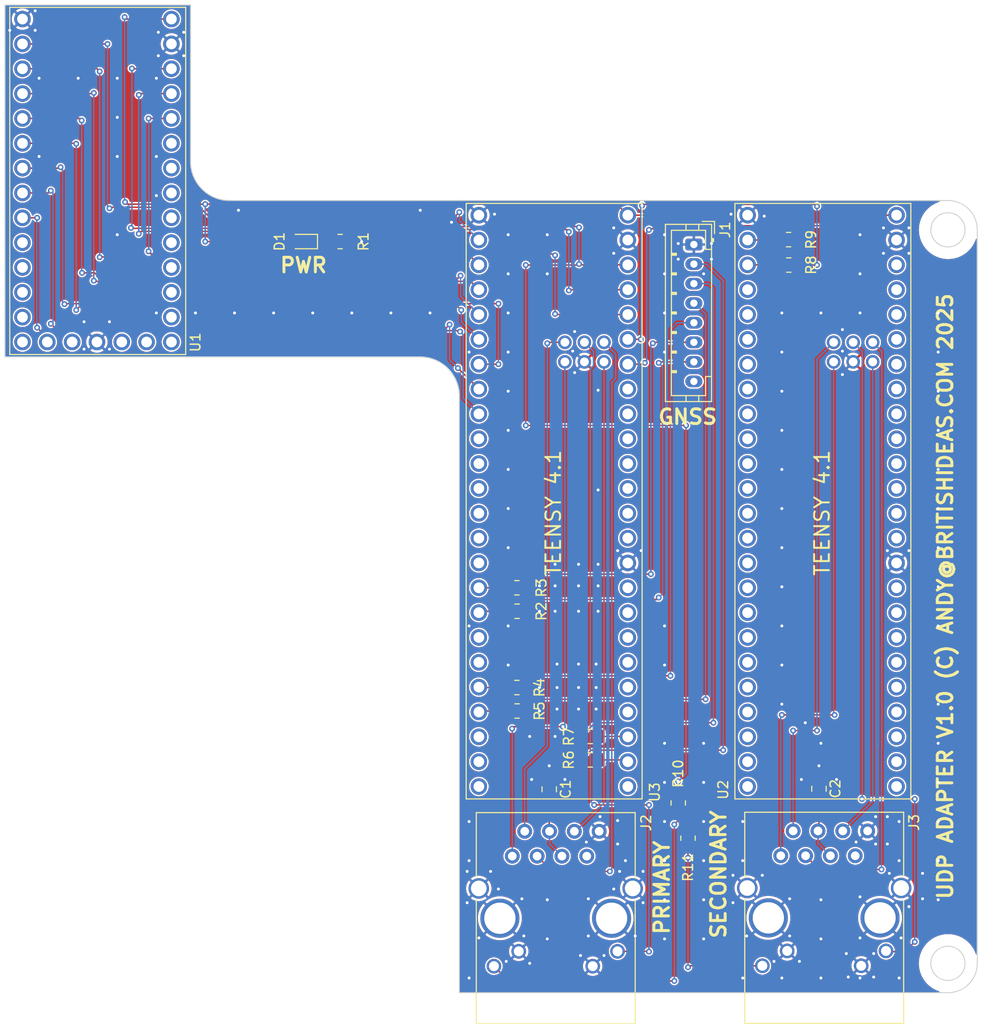
<source format=kicad_pcb>
(kicad_pcb (version 20221018) (generator pcbnew)
  (layers (0 "F.Cu" signal) (31 "B.Cu" signal) (34 "B.Paste" user) (35 "F.Paste" user) (36 "B.SilkS" user "B.Silkscreen") (37 "F.SilkS" user "F.Silkscreen") (38 "B.Mask" user) (39 "F.Mask" user) (44 "Edge.Cuts" user))
  (net 0 "")
  (net 1 "GND")
  (net 2 "Net-(J2-RCT)")
  (net 3 "Net-(J3-RCT)")
  (net 4 "Net-(D1-K)")
  (net 5 "+5V")
  (net 6 "/GNSS_REAR_TX")
  (net 7 "/GNSS_REAR_RX")
  (net 8 "/GNSS_FRONT_RX")
  (net 9 "/GNSS_FRONT_TX")
  (net 10 "/GNSS_TRACTOR_RX")
  (net 11 "/GNSS_TRACTOR_TX")
  (net 13 "Net-(J2-TD+)")
  (net 14 "Net-(J2-TD-)")
  (net 15 "Net-(J2-RD+)")
  (net 16 "Net-(J2-RD-)")
  (net 18 "Net-(J2-Pad9)")
  (net 19 "Net-(U3-ETH_LED)")
  (net 20 "Net-(J3-TD+)")
  (net 21 "Net-(J3-TD-)")
  (net 22 "Net-(J3-RD+)")
  (net 23 "Net-(J3-RD-)")
  (net 25 "Net-(J3-Pad9)")
  (net 26 "Net-(U2-ETH_LED)")
  (net 27 "Net-(U3-GPIO25_RX6_SDA2)")
  (net 28 "Net-(U3-GPIO24_TX6_SCL2)")
  (net 29 "Net-(U3-GPIO28_RX7)")
  (net 30 "Net-(U3-GPIO29_TX7)")
  (net 31 "Net-(U3-GPIO34_RX8)")
  (net 32 "Net-(U3-GPIO35_TX8)")
  (net 33 "Net-(U3-GPIO21_RX5)")
  (net 34 "Net-(U2-GPIO1_CTX2_TX1_MISO1)")
  (net 35 "Net-(U3-GPIO20_TX5)")
  (net 36 "Net-(U2-GPIO0_CRX2_RX1_CS1)")
  (net 37 "+3V3")
  (net 38 "/FRONT_HEIGHT_DIR")
  (net 39 "/FRONT_HEIGHT_PWM")
  (net 40 "/REAR_HEIGHT_DIR")
  (net 41 "/REAR_HEIGHT_PWM")
  (net 42 "/FRONT_DUMP_DIR")
  (net 43 "/FRONT_DUMP_PWM")
  (net 44 "/REAR_DUMP_DIR")
  (net 45 "/REAR_DUMP_PWM")
  (net 64 "/CAN_TX")
  (net 65 "/CAN_RX")
  (footprint "Britishideas:Teensy_4.0" (layer "F.Cu") (at 72.3 59.45)
    (fp_text reference "U1")
    (fp_text value "~")
  )
  (footprint "Resistor_SMD:R_0805_2012Metric" (layer "F.Cu") (at 122.8875 127.8 180)
    (fp_text reference "R4")
    (fp_text value "1k")
  )
  (footprint "Resistor_SMD:R_0805_2012Metric" (layer "F.Cu") (at 139.4 139.6 -90)
    (fp_text reference "R10")
    (fp_text value "1k")
  )
  (footprint "Fiducial:Fiducial_0.5mm_Mask1mm" (layer "F.Cu") (at 166.6 85.8)
    (fp_text reference "FID2" hide)
    (fp_text value "Fiducial")
  )
  (footprint "Resistor_SMD:R_0805_2012Metric" (layer "F.Cu") (at 150.7125 84.6 180)
    (fp_text reference "R8")
    (fp_text value "1k")
  )
  (footprint "EmSA:Pulse_J0011D01BNL" (layer "F.Cu") (at 158.78 142.46 180)
    (fp_text reference "J3")
    (fp_text value "Pulse_J0011D01BNL")
  )
  (footprint "Fiducial:Fiducial_0.5mm_Mask1mm" (layer "F.Cu") (at 75.8 59.8)
    (fp_text reference "FID1" hide)
    (fp_text value "Fiducial")
  )
  (footprint "Resistor_SMD:R_0805_2012Metric" (layer "F.Cu") (at 104.8 82.2)
    (fp_text reference "R1")
    (fp_text value "330")
  )
  (footprint "Resistor_SMD:R_0805_2012Metric" (layer "F.Cu") (at 122.8875 117.6 180)
    (fp_text reference "R3")
    (fp_text value "1k")
  )
  (footprint "Resistor_SMD:R_0805_2012Metric" (layer "F.Cu") (at 140.4 143.2 -90)
    (fp_text reference "R11")
    (fp_text value "1k")
  )
  (footprint "Resistor_SMD:R_0805_2012Metric" (layer "F.Cu") (at 122.9125 130.2 180)
    (fp_text reference "R5")
    (fp_text value "1k")
  )
  (footprint "Resistor_SMD:R_0805_2012Metric" (layer "F.Cu") (at 130.4 135.2 180)
    (fp_text reference "R6")
    (fp_text value "1k")
  )
  (footprint "Resistor_SMD:R_0805_2012Metric" (layer "F.Cu") (at 150.6875 82 180)
    (fp_text reference "R9")
    (fp_text value "1k")
  )
  (footprint "EmSA:Pulse_J0011D01BNL" (layer "F.Cu") (at 131.31 142.5 180)
    (fp_text reference "J2")
    (fp_text value "Pulse_J0011D01BNL")
  )
  (footprint "Capacitor_SMD:C_0805_2012Metric" (layer "F.Cu") (at 153.8 138.15 -90)
    (fp_text reference "C2")
    (fp_text value "100n")
  )
  (footprint "Fiducial:Fiducial_0.5mm_Mask1mm" (layer "F.Cu") (at 141.4 152)
    (fp_text reference "FID3" hide)
    (fp_text value "Fiducial")
  )
  (footprint "Britishideas:Teensy_4.1" (layer "F.Cu") (at 119 79.5)
    (fp_text reference "U3")
    (fp_text value "~")
  )
  (footprint "Resistor_SMD:R_0805_2012Metric" (layer "F.Cu") (at 122.9125 120 180)
    (fp_text reference "R2")
    (fp_text value "1k")
  )
  (footprint "Britishideas:Teensy_4.1" (layer "F.Cu") (at 146.5 79.5)
    (fp_text reference "U2")
    (fp_text value "~")
  )
  (footprint "Capacitor_SMD:C_0805_2012Metric" (layer "F.Cu") (at 126.2 138.2 -90)
    (fp_text reference "C1")
    (fp_text value "100n")
  )
  (footprint "Connector_JST:JST_PH_B8B-PH-K_1x08_P2.00mm_Vertical" (layer "F.Cu") (at 141 82.5 -90)
    (fp_text reference "J1")
    (fp_text value "GNSS")
  )
  (footprint "Diode_SMD:D_0603_1608Metric" (layer "F.Cu") (at 101 82.2 180)
    (fp_text reference "D1")
    (fp_text value "APTD1608SECK")
  )
  (footprint "Resistor_SMD:R_0805_2012Metric" (layer "F.Cu") (at 130.4 132.8 180)
    (fp_text reference "R7")
    (fp_text value "1k")
  )
  (gr_line (start 170 81) (end 170 156) (stroke (width 0.1)) (layer "Edge.Cuts"))
  (gr_arc (start 93.5 78) (mid 90.671573 76.828427) (end 89.5 74) (stroke (width 0.1)) (layer "Edge.Cuts"))
  (gr_circle (center 167 156) (end 167 157.75) (stroke (width 0.1)) (fill none) (layer "Edge.Cuts"))
  (gr_line (start 89.5 58) (end 89.5 74) (stroke (width 0.1)) (layer "Edge.Cuts"))
  (gr_line (start 89 94) (end 70.5 94) (stroke (width 0.1)) (layer "Edge.Cuts"))
  (gr_line (start 93.5 78) (end 117 78) (stroke (width 0.1)) (layer "Edge.Cuts"))
  (gr_arc (start 113 94) (mid 115.828427 95.171573) (end 117 98) (stroke (width 0.1)) (layer "Edge.Cuts"))
  (gr_circle (center 167 81) (end 167 82.75) (stroke (width 0.1)) (fill none) (layer "Edge.Cuts"))
  (gr_line (start 70.5 94) (end 70.5 58) (stroke (width 0.1)) (layer "Edge.Cuts"))
  (gr_arc (start 170 156) (mid 169.12132 158.12132) (end 167 159) (stroke (width 0.1)) (layer "Edge.Cuts"))
  (gr_line (start 89 94) (end 113 94) (stroke (width 0.1)) (layer "Edge.Cuts"))
  (gr_line (start 167 159) (end 117 159) (stroke (width 0.1)) (layer "Edge.Cuts"))
  (gr_line (start 117 98) (end 117 159) (stroke (width 0.1)) (layer "Edge.Cuts"))
  (gr_arc (start 167 78) (mid 169.12132 78.87868) (end 170 81) (stroke (width 0.1)) (layer "Edge.Cuts"))
  (gr_line (start 117 78) (end 167 78) (stroke (width 0.1)) (layer "Edge.Cuts"))
  (gr_line (start 70.5 58) (end 89 58) (stroke (width 0.1)) (layer "Edge.Cuts"))
  (gr_line (start 89 58) (end 89.5 58) (stroke (width 0.1)) (layer "Edge.Cuts"))
  (gr_text "SECONDARY" (at 144.4 153.6 90) (layer "F.SilkS") (effects (font (size 1.5 1.5) (thickness 0.3) bold) (justify left bottom)))
  (gr_text "UDP ADAPTER V1.0 (C) ANDY@BRITISHIDEAS.COM 2025" (at 167.6 149.6 90) (layer "F.SilkS") (effects (font (size 1.5 1.5) (thickness 0.3) bold) (justify left bottom)))
  (gr_text "PRIMARY" (at 138.6 153.2 90) (layer "F.SilkS") (effects (font (size 1.5 1.5) (thickness 0.3) bold) (justify left bottom)))
  (gr_text "GNSS" (at 137.2 101) (layer "F.SilkS") (effects (font (size 1.5 1.5) (thickness 0.3) bold) (justify left bottom)))
  (gr_text "PWR" (at 98.5 85.5) (layer "F.SilkS") (effects (font (size 1.5 1.5) (thickness 0.3) bold) (justify left bottom)))
  (via (at 131.2 97.4) (size 0.6) (drill 0.3) (layers "F.Cu" "B.Cu") (net 1))
  (via (at 154 89.5) (size 0.6) (drill 0.3) (layers "F.Cu" "B.Cu") (net 1))
  (via (at 122 109.5) (size 0.6) (drill 0.3) (layers "F.Cu" "B.Cu") (net 1))
  (via (at 71 60.6) (size 0.6) (drill 0.3) (layers "F.Cu" "B.Cu") (net 1))
  (via (at 160.8 113.8) (size 0.6) (drill 0.3) (layers "F.Cu" "B.Cu") (net 1))
  (via (at 139.4 82.4) (size 0.6) (drill 0.3) (layers "F.Cu" "B.Cu") (net 1))
  (via (at 166 129.5) (size 0.6) (drill 0.3) (layers "F.Cu" "B.Cu") (net 1))
  (via (at 122 81.5) (size 0.6) (drill 0.3) (layers "F.Cu" "B.Cu") (net 1))
  (via (at 131.2 117.4) (size 0.6) (drill 0.3) (layers "F.Cu" "B.Cu") (net 1))
  (via (at 122 125.5) (size 0.6) (drill 0.3) (layers "F.Cu" "B.Cu") (net 1))
  (via (at 131.2 107.6) (size 0.6) (drill 0.3) (layers "F.Cu" "B.Cu") (net 1))
  (via (at 144.8 79.4) (size 0.6) (drill 0.3) (layers "F.Cu" "B.Cu") (net 1))
  (via (at 150.8 149.4) (size 0.6) (drill 0.3) (layers "F.Cu" "B.Cu") (net 1))
  (via (at 146 145.5) (size 0.6) (drill 0.3) (layers "F.Cu" "B.Cu") (net 1))
  (via (at 88.8 63.2) (size 0.6) (drill 0.3) (layers "F.Cu" "B.Cu") (net 1))
  (via (at 145 149.8) (size 0.6) (drill 0.3) (layers "F.Cu" "B.Cu") (net 1))
  (via (at 126.8 120) (size 0.6) (drill 0.3) (layers "F.Cu" "B.Cu") (net 1))
  (via (at 113 79) (size 0.6) (drill 0.3) (layers "F.Cu" "B.Cu") (net 1))
  (via (at 139.4 84) (size 0.6) (drill 0.3) (layers "F.Cu" "B.Cu") (net 1))
  (via (at 130.2 153.2) (size 0.6) (drill 0.3) (layers "F.Cu" "B.Cu") (net 1))
  (via (at 166 125.5) (size 0.6) (drill 0.3) (layers "F.Cu" "B.Cu") (net 1))
  (via (at 158 81.5) (size 0.6) (drill 0.3) (layers "F.Cu" "B.Cu") (net 1))
  (via (at 150 129.5) (size 0.6) (drill 0.3) (layers "F.Cu" "B.Cu") (net 1))
  (via (at 162 157.5) (size 0.6) (drill 0.3) (layers "F.Cu" "B.Cu") (net 1))
  (via (at 160.4 83.4) (size 0.6) (drill 0.3) (layers "F.Cu" "B.Cu") (net 1))
  (via (at 138 81.5) (size 0.6) (drill 0.3) (layers "F.Cu" "B.Cu") (net 1))
  (via (at 86 73.5) (size 0.6) (drill 0.3) (layers "F.Cu" "B.Cu") (net 1))
  (via (at 78.6 93.2) (size 0.6) (drill 0.3) (layers "F.Cu" "B.Cu") (net 1))
  (via (at 131.4 141) (size 0.6) (drill 0.3) (layers "F.Cu" "B.Cu") (net 1))
  (via (at 150 113.5) (size 0.6) (drill 0.3) (layers "F.Cu" "B.Cu") (net 1))
  (via (at 156.2 95.8) (size 0.6) (drill 0.3) (layers "F.Cu" "B.Cu") (net 1))
  (via (at 164.4 146.8) (size 0.6) (drill 0.3) (layers "F.Cu" "B.Cu") (net 1))
  (via (at 138 133.5) (size 0.6) (drill 0.3) (layers "F.Cu" "B.Cu") (net 1))
  (via (at 160.8 141) (size 0.6) (drill 0.3) (layers "F.Cu" "B.Cu") (net 1))
  (via (at 138 121.5) (size 0.6) (drill 0.3) (layers "F.Cu" "B.Cu") (net 1))
  (via (at 118 93.5) (size 0.6) (drill 0.3) (layers "F.Cu" "B.Cu") (net 1))
  (via (at 159.6 143.8) (size 0.6) (drill 0.3) (layers "F.Cu" "B.Cu") (net 1))
  (via (at 150 97.5) (size 0.6) (drill 0.3) (layers "F.Cu" "B.Cu") (net 1))
  (via (at 124.4 137.2) (size 0.6) (drill 0.3) (layers "F.Cu" "B.Cu") (net 1))
  (via (at 166 113.5) (size 0.6) (drill 0.3) (layers "F.Cu" "B.Cu") (net 1))
  (via (at 149.2 155.8) (size 0.6) (drill 0.3) (layers "F.Cu" "B.Cu") (net 1))
  (via (at 126 81.5) (size 0.6) (drill 0.3) (layers "F.Cu" "B.Cu") (net 1))
  (via (at 127 130) (size 0.6) (drill 0.3) (layers "F.Cu" "B.Cu") (net 1))
  (via (at 129.4 155.2) (size 0.6) (drill 0.3) (layers "F.Cu" "B.Cu") (net 1))
  (via (at 142 141.5) (size 0.6) (drill 0.3) (layers "F.Cu" "B.Cu") (net 1))
  (via (at 110 89.5) (size 0.6) (drill 0.3) (layers "F.Cu" "B.Cu") (net 1))
  (via (at 82 81.5) (size 0.6) (drill 0.3) (layers "F.Cu" "B.Cu") (net 1))
  (via (at 73.6 60.6) (size 0.6) (drill 0.3) (layers "F.Cu" "B.Cu") (net 1))
  (via (at 158 157.5) (size 0.6) (drill 0.3) (layers "F.Cu" "B.Cu") (net 1))
  (via (at 150 89.5) (size 0.6) (drill 0.3) (layers "F.Cu" "B.Cu") (net 1))
  (via (at 125.2 130.2) (size 0.6) (drill 0.3) (layers "F.Cu" "B.Cu") (net 1))
  (via (at 151.8 155.8) (size 0.6) (drill 0.3) (layers "F.Cu" "B.Cu") (net 1))
  (via (at 156.8 157.4) (size 0.6) (drill 0.3) (layers "F.Cu" "B.Cu") (net 1))
  (via (at 128.6 93.4) (size 0.6) (drill 0.3) (layers "F.Cu" "B.Cu") (net 1))
  (via (at 82 65.5) (size 0.6) (drill 0.3) (layers "F.Cu" "B.Cu") (net 1))
  (via (at 148.2 79.6) (size 0.6) (drill 0.3) (layers "F.Cu" "B.Cu") (net 1))
  (via (at 126.8 115.2) (size 0.6) (drill 0.3) (layers "F.Cu" "B.Cu") (net 1))
  (via (at 129.2 117.4) (size 0.6) (drill 0.3) (layers "F.Cu" "B.Cu") (net 1))
  (via (at 129.2 125.4) (size 0.6) (drill 0.3) (layers "F.Cu" "B.Cu") (net 1))
  (via (at 163 80.8) (size 0.6) (drill 0.3) (layers "F.Cu" "B.Cu") (net 1))
  (via (at 156.2 93.4) (size 0.6) (drill 0.3) (layers "F.Cu" "B.Cu") (net 1))
  (via (at 155.6 137.2) (size 0.6) (drill 0.3) (layers "F.Cu" "B.Cu") (net 1))
  (via (at 142.8 82.4) (size 0.6) (drill 0.3) (layers "F.Cu" "B.Cu") (net 1))
  (via (at 122 113.5) (size 0.6) (drill 0.3) (layers "F.Cu" "B.Cu") (net 1))
  (via (at 125.2 117.4) (size 0.6) (drill 0.3) (layers "F.Cu" "B.Cu") (net 1))
  (via (at 166 121.5) (size 0.6) (drill 0.3) (layers "F.Cu" "B.Cu") (net 1))
  (via (at 114 89.5) (size 0.6) (drill 0.3) (layers "F.Cu" "B.Cu") (net 1))
  (via (at 163 83.4) (size 0.6) (drill 0.3) (layers "F.Cu" "B.Cu") (net 1))
  (via (at 118 141.5) (size 0.6) (drill 0.3) (layers "F.Cu" "B.Cu") (net 1))
  (via (at 166 117.5) (size 0.6) (drill 0.3) (layers "F.Cu" "B.Cu") (net 1))
  (via (at 94 89.5) (size 0.6) (drill 0.3) (layers "F.Cu" "B.Cu") (net 1))
  (via (at 117.8 146.6) (size 0.6) (drill 0.3) (layers "F.Cu" "B.Cu") (net 1))
  (via (at 125.2 127.8) (size 0.6) (drill 0.3) (layers "F.Cu" "B.Cu") (net 1))
  (via (at 150 105.5) (size 0.6) (drill 0.3) (layers "F.Cu" "B.Cu") (net 1))
  (via (at 156.6 155) (size 0.6) (drill 0.3) (layers "F.Cu" "B.Cu") (net 1))
  (via (at 138 153.5) (size 0.6) (drill 0.3) (layers "F.Cu" "B.Cu") (net 1))
  (via (at 122 121.5) (size 0.6) (drill 0.3) (layers "F.Cu" "B.Cu") (net 1))
  (via (at 166 109.5) (size 0.6) (drill 0.3) (layers "F.Cu" "B.Cu") (net 1))
  (via (at 162.2 153.4) (size 0.6) (drill 0.3) (layers "F.Cu" "B.Cu") (net 1))
  (via (at 82 73.5) (size 0.6) (drill 0.3) (layers "F.Cu" "B.Cu") (net 1))
  (via (at 122 97.5) (size 0.6) (drill 0.3) (layers "F.Cu" "B.Cu") (net 1))
  (via (at 154 157.5) (size 0.6) (drill 0.3) (layers "F.Cu" "B.Cu") (net 1))
  (via (at 131.2 120) (size 0.6) (drill 0.3) (layers "F.Cu" "B.Cu") (net 1))
  (via (at 122 89.5) (size 0.6) (drill 0.3) (layers "F.Cu" "B.Cu") (net 1))
  (via (at 146.4 153.2) (size 0.6) (drill 0.3) (layers "F.Cu" "B.Cu") (net 1))
  (via (at 154 153.5) (size 0.6) (drill 0.3) (layers "F.Cu" "B.Cu") (net 1))
  (via (at 152 137.2) (size 0.6) (drill 0.3) (layers "F.Cu" "B.Cu") (net 1))
  (via (at 138 85.5) (size 0.6) (drill 0.3) (layers "F.Cu" "B.Cu") (net 1))
  (via (at 127 125.4) (size 0.6) (drill 0.3) (layers "F.Cu" "B.Cu") (net 1))
  (via (at 142 149.5) (size 0.6) (drill 0.3) (layers "F.Cu" "B.Cu") (net 1))
  (via (at 133.2 141.4) (size 0.6) (drill 0.3) (layers "F.Cu" "B.Cu") (net 1))
  (via (at 132.8 80.8) (size 0.6) (drill 0.3) (layers "F.Cu" "B.Cu") (net 1))
  (via (at 74 73.5) (size 0.6) (drill 0.3) (layers "F.Cu" "B.Cu") (net 1))
  (via (at 166 149.5) (size 0.6) (drill 0.3) (layers "F.Cu" "B.Cu") (net 1))
  (via (at 138 149.5) (size 0.6) (drill 0.3) (layers "F.Cu" "B.Cu") (net 1))
  (via (at 122 101.5) (size 0.6) (drill 0.3) (layers "F.Cu" "B.Cu") (net 1))
  (via (at 145 147) (size 0.6) (drill 0.3) (layers "F.Cu" "B.Cu") (net 1))
  (via (at 126 153.5) (size 0.6) (drill 0.3) (layers "F.Cu" "B.Cu") (net 1))
  (via (at 127.8 137.2) (size 0.6) (drill 0.3) (layers "F.Cu" "B.Cu") (net 1))
  (via (at 120.6 79.4) (size 0.6) (drill 0.3) (layers "F.Cu" "B.Cu") (net 1))
  (via (at 94.4 79) (size 0.6) (drill 0.3) (layers "F.Cu" "B.Cu") (net 1))
  (via (at 98 89.5) (size 0.6) (drill 0.3) (layers "F.Cu" "B.Cu") (net 1))
  (via (at 118 157.5) (size 0.6) (drill 0.3) (layers "F.Cu" "B.Cu") (net 1))
  (via (at 86 89.5) (size 0.6) (drill 0.3) (layers "F.Cu" "B.Cu") (net 1))
  (via (at 166 105.5) (size 0.6) (drill 0.3) (layers "F.Cu" "B.Cu") (net 1))
  (via (at 138 145.5) (size 0.6) (drill 0.3) (layers "F.Cu" "B.Cu") (net 1))
  (via (at 135 153.2) (size 0.6) (drill 0.3) (layers "F.Cu" "B.Cu") (net 1))
  (via (at 129.2 127.8) (size 0.6) (drill 0.3) (layers "F.Cu" "B.Cu") (net 1))
  (via (at 131 130) (size 0.6) (drill 0.3) (layers "F.Cu" "B.Cu") (net 1))
  (via (at 129.2 120) (size 0.6) (drill 0.3) (layers "F.Cu" "B.Cu") (net 1))
  (via (at 86.2 60.8) (size 0.6) (drill 0.3) (layers "F.Cu" "B.Cu") (net 1))
  (via (at 128.8 91.4) (size 0.6) (drill 0.3) (layers "F.Cu" "B.Cu") (net 1))
  (via (at 122 85.5) (size 0.6) (drill 0.3) (layers "F.Cu" "B.Cu") (net 1))
  (via (at 166 93.5) (size 0.6) (drill 0.3) (layers "F.Cu" "B.Cu") (net 1))
  (via (at 118 121.5) (size 0.6) (drill 0.3) (layers "F.Cu" "B.Cu") (net 1))
  (via (at 90 89.5) (size 0.6) (drill 0.3) (layers "F.Cu" "B.Cu") (net 1))
  (via (at 159.6 141) (size 0.6) (drill 0.3) (layers "F.Cu" "B.Cu") (net 1))
  (via (at 161 146.8) (size 0.6) (drill 0.3) (layers "F.Cu" "B.Cu") (net 1))
  (via (at 131 127.8) (size 0.6) (drill 0.3) (layers "F.Cu" "B.Cu") (net 1))
  (via (at 150 157.5) (size 0.6) (drill 0.3) (layers "F.Cu" "B.Cu") (net 1))
  (via (at 86.2 63.2) (size 0.6) (drill 0.3) (layers "F.Cu" "B.Cu") (net 1))
  (via (at 150 125.5) (size 0.6) (drill 0.3) (layers "F.Cu" "B.Cu") (net 1))
  (via (at 164.4 149.4) (size 0.6) (drill 0.3) (layers "F.Cu" "B.Cu") (net 1))
  (via (at 166 97.5) (size 0.6) (drill 0.3) (layers "F.Cu" "B.Cu") (net 1))
  (via (at 124.2 132.8) (size 0.6) (drill 0.3) (layers "F.Cu" "B.Cu") (net 1))
  (via (at 117.8 149.8) (size 0.6) (drill 0.3) (layers "F.Cu" "B.Cu") (net 1))
  (via (at 102 89.5) (size 0.6) (drill 0.3) (layers "F.Cu" "B.Cu") (net 1))
  (via (at 123.6 153.2) (size 0.6) (drill 0.3) (layers "F.Cu" "B.Cu") (net 1))
  (via (at 129.2 115.2) (size 0.6) (drill 0.3) (layers "F.Cu" "B.Cu") (net 1))
  (via (at 122 105.5) (size 0.6) (drill 0.3) (layers "F.Cu" "B.Cu") (net 1))
  (via (at 123.4 149.4) (size 0.6) (drill 0.3) (layers "F.Cu" "B.Cu") (net 1))
  (via (at 124.2 156) (size 0.6) (drill 0.3) (layers "F.Cu" "B.Cu") (net 1))
  (via (at 166 137.5) (size 0.6) (drill 0.3) (layers "F.Cu" "B.Cu") (net 1))
  (via (at 74 65.5) (size 0.6) (drill 0.3) (layers "F.Cu" "B.Cu") (net 1))
  (via (at 159.4 155) (size 0.6) (drill 0.3) (layers "F.Cu" "B.Cu") (net 1))
  (via (at 142 133.5) (size 0.6) (drill 0.3) (layers "F.Cu" "B.Cu") (net 1))
  (via (at 166 89.5) (size 0.6) (drill 0.3) (layers "F.Cu" "B.Cu") (net 1))
  (via (at 160.8 143.8) (size 0.6) (drill 0.3) (layers "F.Cu" "B.Cu") (net 1))
  (via (at 130 143.6) (size 0.6) (drill 0.3) (layers "F.Cu" "B.Cu") (net 1))
  (via (at 131.2 115.2) (size 0.6) (drill 0.3) (layers "F.Cu" "B.Cu") (net 1))
  (via (at 166 101.5) (size 0.6) (drill 0.3) (layers "F.Cu" "B.Cu") (net 1))
  (via (at 126 149.5) (size 0.6) (drill 0.3) (layers "F.Cu" "B.Cu") (net 1))
  (via (at 81.2 93.2) (size 0.6) (drill 0.3) (layers "F.Cu" "B.Cu") (net 1))
  (via (at 150 117.5) (size 0.6) (drill 0.3) (layers "F.Cu" "B.Cu") (net 1))
  (via (at 118 145.5) (size 0.6) (drill 0.3) (layers "F.Cu" "B.Cu") (net 1))
  (via (at 158 153.4) (size 0.6) (drill 0.3) (layers "F.Cu" "B.Cu") (net 1))
  (via (at 146 157.5) (size 0.6) (drill 0.3) (layers "F.Cu" "B.Cu") (net 1))
  (via (at 150 121.5) (size 0.6) (drill 0.3) (layers "F.Cu" "B.Cu") (net 1))
  (via (at 138 137.5) (size 0.6) (drill 0.3) (layers "F.Cu" "B.Cu") (net 1))
  (via (at 159.4 157.4) (size 0.6) (drill 0.3) (layers "F.Cu" "B.Cu") (net 1))
  (via (at 126.8 117.4) (size 0.6) (drill 0.3) (layers "F.Cu" "B.Cu") (net 1))
  (via (at 73.6 58.6) (size 0.6) (drill 0.3) (layers "F.Cu" "B.Cu") (net 1))
  (via (at 134 145.5) (size 0.6) (drill 0.3) (layers "F.Cu" "B.Cu") (net 1))
  (via (at 82 69.5) (size 0.6) (drill 0.3) (layers "F.Cu" "B.Cu") (net 1))
  (via (at 158 85.5) (size 0.6) (drill 0.3) (layers "F.Cu" "B.Cu") (net 1))
  (via (at 138 93.5) (size 0.6) (drill 0.3) (layers "F.Cu" "B.Cu") (net 1))
  (via (at 150 109.5) (size 0.6) (drill 0.3) (layers "F.Cu" "B.Cu") (net 1))
  (via (at 142 145.5) (size 0.6) (drill 0.3) (layers "F.Cu" "B.Cu") (net 1))
  (via (at 78.6 90.4) (size 0.6) (drill 0.3) (layers "F.Cu" "B.Cu") (net 1))
  (via (at 127 127.8) (size 0.6) (drill 0.3) (layers "F.Cu" "B.Cu") (net 1))
  (via (at 154 149.5) (size 0.6) (drill 0.3) (layers "F.Cu" "B.Cu") (net 1))
  (via (at 162 141.5) (size 0.6) (drill 0.3) (layers "F.Cu" "B.Cu") (net 1))
  (via (at 156.2 91.2) (size 0.6) (drill 0.3) (layers "F.Cu" "B.Cu") (net 1))
  (via (at 126.2 135.8) (size 0.6) (drill 0.3) (layers "F.Cu" "B.Cu") (net 1))
  (via (at 121.8 155.8) (size 0.6) (drill 0.3) (layers "F.Cu" "B.Cu") (net 1))
  (via (at 116.2 80.226) (size 0.6) (drill 0.3) (layers "F.Cu" "B.Cu") (net 1))
  (via (at 106 89.5) (size 0.6) (drill 0.3) (layers "F.Cu" "B.Cu") (net 1))
  (via (at 133.4 146.6) (size 0.6) (drill 0.3) (layers "F.Cu" "B.Cu") (net 1))
  (via (at 160.4 80.8) (size 0.6) (drill 0.3) (layers "F.Cu" "B.Cu") (net 1))
  (via (at 138 141.5) (size 0.6) (drill 0.3) (layers "F.Cu" "B.Cu") (net 1))
  (via (at 157.6 143.6) (size 0.6) (drill 0.3) (layers "F.Cu" "B.Cu") (net 1))
  (via (at 162 145.5) (size 0.6) (drill 0.3) (layers "F.Cu" "B.Cu") (net 1))
  (via (at 131.8 155.2) (size 0.6) (drill 0.3) (layers "F.Cu" "B.Cu") (net 1))
  (via (at 152.4 131.4) (size 0.6) (drill 0.3) (layers "F.Cu" "B.Cu") (net 1))
  (via (at 135.6 113.8) (size 0.6) (drill 0.3) (layers "F.Cu" "B.Cu") (net 1))
  (via (at 126 85.5) (size 0.6) (drill 0.3) (layers "F.Cu" "B.Cu") (net 1))
  (via (at 119 153.4) (size 0.6) (drill 0.3) (layers "F.Cu" "B.Cu") (net 1))
  (via (at 154 133.5) (size 0.6) (drill 0.3) (layers "F.Cu" "B.Cu") (net 1))
  (via (at 150.8 153.2) (size 0.6) (drill 0.3) (layers "F.Cu" "B.Cu") (net 1))
  (via (at 163 113.8) (size 0.6) (drill 0.3) (layers "F.Cu" "B.Cu") (net 1))
  (via (at 153.8 135.8) (size 0.6) (drill 0.3) (layers "F.Cu" "B.Cu") (net 1))
  (via (at 88.8 60.8) (size 0.6) (drill 0.3) (layers "F.Cu" "B.Cu") (net 1))
  (via (at 166 141.5) (size 0.6) (drill 0.3) (layers "F.Cu" "B.Cu") (net 1))
  (via (at 135.8 149.8) (size 0.6) (drill 0.3) (layers "F.Cu" "B.Cu") (net 1))
  (via (at 120.2 146.6) (size 0.6) (drill 0.3) (layers "F.Cu" "B.Cu") (net 1))
  (via (at 86 77.5) (size 0.6) (drill 0.3) (layers "F.Cu" "B.Cu") (net 1))
  (via (at 132.8 83.4) (size 0.6) (drill 0.3) (layers "F.Cu" "B.Cu") (net 1))
  (via (at 81.2 90.4) (size 0.6) (drill 0.3) (layers "F.Cu" "B.Cu") (net 1))
  (via (at 158 89.5) (size 0.6) (drill 0.3) (layers "F.Cu" "B.Cu") (net 1))
  (via (at 130.2 149.4) (size 0.6) (drill 0.3) (layers "F.Cu" "B.Cu") (net 1))
  (via (at 128.8 95.6) (size 0.6) (drill 0.3) (layers "F.Cu" "B.Cu") (net 1))
  (via (at 138 125.5) (size 0.6) (drill 0.3) (layers "F.Cu" "B.Cu") (net 1))
  (via (at 158 149.2) (size 0.6) (drill 0.3) (layers "F.Cu" "B.Cu") (net 1))
  (via (at 132.8 148.4) (size 0.6) (drill 0.3) (layers "F.Cu" "B.Cu") (net 1))
  (via (at 125.2 120) (size 0.6) (drill 0.3) (layers "F.Cu" "B.Cu") (net 1))
  (via (at 86 65.5) (size 0.6) (drill 0.3) (layers "F.Cu" "B.Cu") (net 1))
  (via (at 166 133.5) (size 0.6) (drill 0.3) (layers "F.Cu" "B.Cu") (net 1))
  (via (at 142 153.5) (size 0.6) (drill 0.3) (layers "F.Cu" "B.Cu") (net 1))
  (via (at 78 65.5) (size 0.6) (drill 0.3) (layers "F.Cu" "B.Cu") (net 1))
  (via (at 121 148.4) (size 0.6) (drill 0.3) (layers "F.Cu" "B.Cu") (net 1))
  (via (at 133.2 143.8) (size 0.6) (drill 0.3) (layers "F.Cu" "B.Cu") (net 1))
  (via (at 146 141.5) (size 0.6) (drill 0.3) (layers "F.Cu" "B.Cu") (net 1))
  (via (at 148 147) (size 0.6) (drill 0.3) (layers "F.Cu" "B.Cu") (net 1))
  (via (at 126.8 132.8) (size 0.6) (drill 0.3) (layers "F.Cu" "B.Cu") (net 1))
  (via (at 135.8 146.6) (size 0.6) (drill 0.3) (layers "F.Cu" "B.Cu") (net 1))
  (via (at 166 145.5) (size 0.6) (drill 0.3) (layers "F.Cu" "B.Cu") (net 1))
  (via (at 107 82.2) (size 0.6) (drill 0.3) (layers "F.Cu" "B.Cu") (net 1))
  (via (at 138 89.5) (size 0.6) (drill 0.3) (layers "F.Cu" "B.Cu") (net 1))
  (via (at 142 85.5) (size 0.6) (drill 0.3) (layers "F.Cu" "B.Cu") (net 1))
  (via (at 142 137.5) (size 0.6) (drill 0.3) (layers "F.Cu" "B.Cu") (net 1))
  (via (at 129.2 130) (size 0.6) (drill 0.3) (layers "F.Cu" "B.Cu") (net 1))
  (via (at 150 101.5) (size 0.6) (drill 0.3) (layers "F.Cu" "B.Cu") (net 1))
  (via (at 131 125.4) (size 0.6) (drill 0.3) (layers "F.Cu" "B.Cu") (net 1))
  (via (at 150 93.5) (size 0.6) (drill 0.3) (layers "F.Cu" "B.Cu") (net 1))
  (via (at 142.8 84) (size 0.6) (drill 0.3) (layers "F.Cu" "B.Cu") (net 1))
  (via (at 163 150.2) (size 0.6) (drill 0.3) (layers "F.Cu" "B.Cu") (net 1))
  (via (at 122 93.5) (size 0.6) (drill 0.3) (layers "F.Cu" "B.Cu") (net 1))
  (via (at 133.2 113.8) (size 0.6) (drill 0.3) (layers "F.Cu" "B.Cu") (net 1))
  (segment (start 126.2 142.47) (end 126.23 142.5) (width 0.152) (layer "F.Cu") (net 2))
  (segment (start 126.2 139.15) (end 126.2 142.47) (width 0.152) (layer "F.Cu") (net 2))
  (segment (start 126.23 143.77) (end 127.5 145.04) (width 0.152) (layer "B.Cu") (net 2))
  (segment (start 126.23 142.5) (end 126.23 143.77) (width 0.152) (layer "B.Cu") (net 2))
  (segment (start 153.8 139.1) (end 153.8 142.36) (width 0.152) (layer "F.Cu") (net 3))
  (segment (start 153.8 142.36) (end 153.7 142.46) (width 0.152) (layer "F.Cu") (net 3))
  (segment (start 153.7 142.46) (end 153.7 143.73) (width 0.152) (layer "B.Cu") (net 3))
  (segment (start 153.7 143.73) (end 154.97 145) (width 0.152) (layer "B.Cu") (net 3))
  (segment (start 101.7875 82.2) (end 103.8875 82.2) (width 0.152) (layer "F.Cu") (net 4))
  (segment (start 133.114 78.374) (end 91 78.374) (width 0.152) (layer "F.Cu") (net 5))
  (segment (start 159.7 79.5) (end 161.74 79.5) (width 0.152) (layer "F.Cu") (net 5))
  (segment (start 82.95 59.45) (end 82.75 59.25) (width 0.152) (layer "F.Cu") (net 5))
  (segment (start 91 78.374) (end 83.013187 78.374) (width 0.152) (layer "F.Cu") (net 5))
  (segment (start 83.013187 78.374) (end 82.8 78.160813) (width 0.152) (layer "F.Cu") (net 5))
  (segment (start 100.2125 82.2) (end 91 82.2) (width 0.152) (layer "F.Cu") (net 5))
  (segment (start 134.24 79.5) (end 143.3 79.5) (width 0.152) (layer "F.Cu") (net 5))
  (segment (start 143.3 79.5) (end 144.378 80.578) (width 0.152) (layer "F.Cu") (net 5))
  (segment (start 158.622 80.578) (end 159.7 79.5) (width 0.152) (layer "F.Cu") (net 5))
  (segment (start 134.24 79.5) (end 133.114 78.374) (width 0.152) (layer "F.Cu") (net 5))
  (segment (start 87.54 59.45) (end 82.95 59.45) (width 0.152) (layer "F.Cu") (net 5))
  (segment (start 144.378 80.578) (end 158.622 80.578) (width 0.152) (layer "F.Cu") (net 5))
  (via (at 91 78.374) (size 0.6) (drill 0.3) (layers "F.Cu" "B.Cu") (net 5))
  (via (at 82.8 78.160813) (size 0.6) (drill 0.3) (layers "F.Cu" "B.Cu") (net 5))
  (via (at 91 82.2) (size 0.6) (drill 0.3) (layers "F.Cu" "B.Cu") (net 5))
  (via (at 82.75 59.25) (size 0.6) (drill 0.3) (layers "F.Cu" "B.Cu") (net 5))
  (segment (start 82.75 59.25) (end 82.75 78.110813) (width 0.152) (layer "B.Cu") (net 5))
  (segment (start 82.75 78.110813) (end 82.8 78.160813) (width 0.152) (layer "B.Cu") (net 5))
  (segment (start 91 82.2) (end 91 78.374) (width 0.152) (layer "B.Cu") (net 5))
  (segment (start 129.4875 135.2) (end 130.4875 134.2) (width 0.152) (layer "F.Cu") (net 6))
  (segment (start 130.4875 134.2) (end 144 134.2) (width 0.152) (layer "F.Cu") (net 6))
  (via (at 144 134.2) (size 0.6) (drill 0.3) (layers "F.Cu" "B.Cu") (net 6))
  (segment (start 142.3 84.5) (end 141 84.5) (width 0.152) (layer "B.Cu") (net 6))
  (segment (start 144 86.2) (end 142.3 84.5) (width 0.152) (layer "B.Cu") (net 6))
  (segment (start 144 134.2) (end 144 86.2) (width 0.152) (layer "B.Cu") (net 6))
  (segment (start 129.4875 132.8) (end 130.8875 131.4) (width 0.152) (layer "F.Cu") (net 7))
  (segment (start 130.8875 131.4) (end 143 131.4) (width 0.152) (layer "F.Cu") (net 7))
  (via (at 143 131.4) (size 0.6) (drill 0.3) (layers "F.Cu" "B.Cu") (net 7))
  (segment (start 143 87) (end 142.5 86.5) (width 0.152) (layer "B.Cu") (net 7))
  (segment (start 142.5 86.5) (end 141 86.5) (width 0.152) (layer "B.Cu") (net 7))
  (segment (start 143 131.4) (end 143 87) (width 0.152) (layer "B.Cu") (net 7))
  (segment (start 125.025 129) (end 142.2 129) (width 0.152) (layer "F.Cu") (net 8))
  (segment (start 123.825 130.2) (end 125.025 129) (width 0.152) (layer "F.Cu") (net 8))
  (via (at 142.2 129) (size 0.6) (drill 0.3) (layers "F.Cu" "B.Cu") (net 8))
  (segment (start 141.1 88.5) (end 141 88.5) (width 0.152) (layer "B.Cu") (net 8))
  (segment (start 142.2 129) (end 142.2 89.6) (width 0.152) (layer "B.Cu") (net 8))
  (segment (start 142.2 89.6) (end 141.1 88.5) (width 0.152) (layer "B.Cu") (net 8))
  (segment (start 123.8 127.8) (end 125 126.6) (width 0.152) (layer "F.Cu") (net 9))
  (segment (start 125 126.6) (end 138.6 126.6) (width 0.152) (layer "F.Cu") (net 9))
  (via (at 138.6 126.6) (size 0.6) (drill 0.3) (layers "F.Cu" "B.Cu") (net 9))
  (segment (start 138.6 126.6) (end 138.6 91.2) (width 0.152) (layer "B.Cu") (net 9))
  (segment (start 139.3 90.5) (end 141 90.5) (width 0.152) (layer "B.Cu") (net 9))
  (segment (start 138.6 91.2) (end 139.3 90.5) (width 0.152) (layer "B.Cu") (net 9))
  (segment (start 125.2 116.2) (end 136.6 116.2) (width 0.152) (layer "F.Cu") (net 10))
  (segment (start 136.9 92.5) (end 141 92.5) (width 0.152) (layer "F.Cu") (net 10))
  (segment (start 136.8 92.6) (end 136.9 92.5) (width 0.152) (layer "F.Cu") (net 10))
  (segment (start 123.8 117.6) (end 125.2 116.2) (width 0.152) (layer "F.Cu") (net 10))
  (via (at 136.8 92.6) (size 0.6) (drill 0.3) (layers "F.Cu" "B.Cu") (net 10))
  (via (at 136.6 116.2) (size 0.6) (drill 0.3) (layers "F.Cu" "B.Cu") (net 10))
  (segment (start 136.6 116.2) (end 136.6 92.8) (width 0.152) (layer "B.Cu") (net 10))
  (segment (start 136.6 92.8) (end 136.8 92.6) (width 0.152) (layer "B.Cu") (net 10))
  (segment (start 137.2 118.8) (end 137.4 118.6) (width 0.152) (layer "F.Cu") (net 11))
  (segment (start 141 94.5) (end 137.500004 94.5) (width 0.152) (layer "F.Cu") (net 11))
  (segment (start 123.825 120) (end 125.025 118.8) (width 0.152) (layer "F.Cu") (net 11))
  (segment (start 137.500004 94.5) (end 137.400004 94.6) (width 0.152) (layer "F.Cu") (net 11))
  (segment (start 125.025 118.8) (end 137.2 118.8) (width 0.152) (layer "F.Cu") (net 11))
  (via (at 137.4 118.6) (size 0.6) (drill 0.3) (layers "F.Cu" "B.Cu") (net 11))
  (via (at 137.400004 94.6) (size 0.6) (drill 0.3) (layers "F.Cu" "B.Cu") (net 11))
  (segment (start 137.8 94.999996) (end 137.400004 94.6) (width 0.152) (layer "B.Cu") (net 11))
  (segment (start 137.8 118.2) (end 137.8 94.999996) (width 0.152) (layer "B.Cu") (net 11))
  (segment (start 137.4 118.6) (end 137.8 118.2) (width 0.152) (layer "B.Cu") (net 11))
  (segment (start 127.6 131.8) (end 122.6 131.8) (width 0.152) (layer "F.Cu") (net 13))
  (segment (start 122.6 131.8) (end 122.4 132) (width 0.152) (layer "F.Cu") (net 13))
  (via (at 122.4 132) (size 0.6) (drill 0.3) (layers "F.Cu" "B.Cu") (net 13))
  (via (at 127.6 131.8) (size 0.6) (drill 0.3) (layers "F.Cu" "B.Cu") (net 13))
  (segment (start 127.8 94.5) (end 127.8 131.6) (width 0.152) (layer "B.Cu") (net 13))
  (segment (start 122.42 132.02) (end 122.42 145.04) (width 0.152) (layer "B.Cu") (net 13))
  (segment (start 127.8 131.6) (end 127.6 131.8) (width 0.152) (layer "B.Cu") (net 13))
  (segment (start 122.4 132) (end 122.42 132.02) (width 0.152) (layer "B.Cu") (net 13))
  (segment (start 126.1 92.5) (end 126 92.6) (width 0.152) (layer "F.Cu") (net 14))
  (segment (start 127.8 92.5) (end 126.1 92.5) (width 0.152) (layer "F.Cu") (net 14))
  (via (at 126 92.6) (size 0.6) (drill 0.3) (layers "F.Cu" "B.Cu") (net 14))
  (segment (start 126 133.8) (end 123.69 136.11) (width 0.152) (layer "B.Cu") (net 14))
  (segment (start 126 92.6) (end 126 133.8) (width 0.152) (layer "B.Cu") (net 14))
  (segment (start 123.69 136.11) (end 123.69 142.5) (width 0.152) (layer "B.Cu") (net 14))
  (segment (start 126.52 146.6) (end 124.96 145.04) (width 0.152) (layer "F.Cu") (net 15))
  (segment (start 132.4 146.6) (end 126.52 146.6) (width 0.152) (layer "F.Cu") (net 15))
  (via (at 132.4 146.6) (size 0.6) (drill 0.3) (layers "F.Cu" "B.Cu") (net 15))
  (segment (start 133 96.2) (end 132.6 96.6) (width 0.152) (layer "B.Cu") (net 15))
  (segment (start 133 93.7) (end 133 96.2) (width 0.152) (layer "B.Cu") (net 15))
  (segment (start 131.8 92.5) (end 133 93.7) (width 0.152) (layer "B.Cu") (net 15))
  (segment (start 132.6 96.6) (end 132.6 146.4) (width 0.152) (layer "B.Cu") (net 15))
  (segment (start 132.6 146.4) (end 132.4 146.6) (width 0.152) (layer "B.Cu") (net 15))
  (segment (start 128.9 142.5) (end 128.77 142.5) (width 0.152) (layer "B.Cu") (net 16))
  (segment (start 131.8 139.6) (end 128.9 142.5) (width 0.152) (layer "B.Cu") (net 16))
  (segment (start 131.8 94.5) (end 131.8 139.6) (width 0.152) (layer "B.Cu") (net 16))
  (segment (start 139 157.8) (end 122.05 157.8) (width 0.152) (layer "F.Cu") (net 18))
  (segment (start 139.4 141.4) (end 139 141.8) (width 0.152) (layer "F.Cu") (net 18))
  (segment (start 122.05 157.8) (end 120.54 156.29) (width 0.152) (layer "F.Cu") (net 18))
  (segment (start 139.4 140.5125) (end 139.4 141.4) (width 0.152) (layer "F.Cu") (net 18))
  (via (at 139 141.8) (size 0.6) (drill 0.3) (layers "F.Cu" "B.Cu") (net 18))
  (via (at 139 157.8) (size 0.6) (drill 0.3) (layers "F.Cu" "B.Cu") (net 18))
  (segment (start 139 141.8) (end 139 157.8) (width 0.152) (layer "B.Cu") (net 18))
  (segment (start 130.800002 139.8) (end 130.800001 139.800001) (width 0.152) (layer "F.Cu") (net 19))
  (segment (start 136.4 139.8) (end 130.800002 139.8) (width 0.152) (layer "F.Cu") (net 19))
  (segment (start 133.19 154.77) (end 136.37 154.77) (width 0.152) (layer "F.Cu") (net 19))
  (segment (start 136.37 154.77) (end 136.4 154.8) (width 0.152) (layer "F.Cu") (net 19))
  (via (at 136.4 139.8) (size 0.6) (drill 0.3) (layers "F.Cu" "B.Cu") (net 19))
  (via (at 130.800001 139.800001) (size 0.6) (drill 0.3) (layers "F.Cu" "B.Cu") (net 19))
  (via (at 136.4 154.8) (size 0.6) (drill 0.3) (layers "F.Cu" "B.Cu") (net 19))
  (segment (start 136.4 139.8) (end 136.4 154.4) (width 0.152) (layer "B.Cu") (net 19))
  (segment (start 130.4 95.212391) (end 130.4 139.4) (width 0.152) (layer "B.Cu") (net 19))
  (segment (start 136.4 154.4) (end 136.4 154.8) (width 0.152) (layer "B.Cu") (net 19))
  (segment (start 130.4 139.4) (end 130.800001 139.800001) (width 0.152) (layer "B.Cu") (net 19))
  (segment (start 129.8 92.5) (end 130.728 93.428) (width 0.152) (layer "B.Cu") (net 19))
  (segment (start 130.728 94.884391) (end 130.4 95.212391) (width 0.152) (layer "B.Cu") (net 19))
  (segment (start 130.728 93.428) (end 130.728 94.884391) (width 0.152) (layer "B.Cu") (net 19))
  (segment (start 155.4 130.6) (end 150 130.6) (width 0.152) (layer "F.Cu") (net 20))
  (via (at 150 130.6) (size 0.6) (drill 0.3) (layers "F.Cu" "B.Cu") (net 20))
  (via (at 155.4 130.6) (size 0.6) (drill 0.3) (layers "F.Cu" "B.Cu") (net 20))
  (segment (start 150 130.6) (end 149.89 130.71) (width 0.152) (layer "B.Cu") (net 20))
  (segment (start 155.3 94.5) (end 155.3 130.5) (width 0.152) (layer "B.Cu") (net 20))
  (segment (start 155.3 130.5) (end 155.4 130.6) (width 0.152) (layer "B.Cu") (net 20))
  (segment (start 149.89 130.71) (end 149.89 145) (width 0.152) (layer "B.Cu") (net 20))
  (segment (start 151.16 132.2) (end 153.6 132.2) (width 0.152) (layer "F.Cu") (net 21))
  (via (at 153.6 132.2) (size 0.6) (drill 0.3) (layers "F.Cu" "B.Cu") (net 21))
  (via (at 151.16 132.2) (size 0.6) (drill 0.3) (layers "F.Cu" "B.Cu") (net 21))
  (segment (start 151.16 142.46) (end 151.16 132.2) (width 0.152) (layer "B.Cu") (net 21))
  (segment (start 155.3 92.5) (end 153.6 94.2) (width 0.152) (layer "B.Cu") (net 21))
  (segment (start 153.6 94.2) (end 153.6 132.2) (width 0.152) (layer "B.Cu") (net 21))
  (segment (start 160.2 146.4) (end 153.83 146.4) (width 0.152) (layer "F.Cu") (net 22))
  (segment (start 153.83 146.4) (end 152.43 145) (width 0.152) (layer "F.Cu") (net 22))
  (via (at 160.2 146.4) (size 0.6) (drill 0.3) (layers "F.Cu" "B.Cu") (net 22))
  (segment (start 160.228 133.972) (end 160.2 134) (width 0.152) (layer "B.Cu") (net 22))
  (segment (start 160.228 93.428) (end 160.228 133.972) (width 0.152) (layer "B.Cu") (net 22))
  (segment (start 160.2 134) (end 160.2 146.4) (width 0.152) (layer "B.Cu") (net 22))
  (segment (start 159.3 92.5) (end 160.228 93.428) (width 0.152) (layer "B.Cu") (net 22))
  (segment (start 159.3 139.4) (end 156.24 142.46) (width 0.152) (layer "B.Cu") (net 23))
  (segment (start 159.3 94.5) (end 159.3 139.4) (width 0.152) (layer "B.Cu") (net 23))
  (segment (start 140.4 156.4) (end 140.55 156.25) (width 0.152) (layer "F.Cu") (net 25))
  (segment (start 140.4 144.1125) (end 140.4 145.2) (width 0.152) (layer "F.Cu") (net 25))
  (segment (start 140.55 156.25) (end 148.01 156.25) (width 0.152) (layer "F.Cu") (net 25))
  (segment (start 147.86 156.4) (end 148.01 156.25) (width 0.152) (layer "F.Cu") (net 25))
  (via (at 140.4 145.2) (size 0.6) (drill 0.3) (layers "F.Cu" "B.Cu") (net 25))
  (via (at 140.4 156.4) (size 0.6) (drill 0.3) (layers "F.Cu" "B.Cu") (net 25))
  (segment (start 140.4 145.2) (end 140.4 156.4) (width 0.152) (layer "B.Cu") (net 25))
  (segment (start 163.6 139.2) (end 158.200002 139.2) (width 0.152) (layer "F.Cu") (net 26))
  (segment (start 160.73 154.8) (end 160.66 154.73) (width 0.152) (layer "F.Cu") (net 26))
  (segment (start 162.6 154.8) (end 160.73 154.8) (width 0.152) (layer "F.Cu") (net 26))
  (segment (start 158.200002 139.2) (end 158.2 139.199998) (width 0.152) (layer "F.Cu") (net 26))
  (segment (start 163.6 153.8) (end 162.6 154.8) (width 0.152) (layer "F.Cu") (net 26))
  (via (at 163.6 139.2) (size 0.6) (drill 0.3) (layers "F.Cu" "B.Cu") (net 26))
  (via (at 158.2 139.199998) (size 0.6) (drill 0.3) (layers "F.Cu" "B.Cu") (net 26))
  (via (at 163.6 153.8) (size 0.6) (drill 0.3) (layers "F.Cu" "B.Cu") (net 26))
  (segment (start 163.6 139.2) (end 163.6 151.79) (width 0.152) (layer "B.Cu") (net 26))
  (segment (start 158.228 93.428) (end 158.228 139.171998) (width 0.152) (layer "B.Cu") (net 26))
  (segment (start 158.228 139.171998) (end 158.2 139.199998) (width 0.152) (layer "B.Cu") (net 26))
  (segment (start 163.6 151.79) (end 163.6 153.8) (width 0.152) (layer "B.Cu") (net 26))
  (segment (start 157.3 92.5) (end 158.228 93.428) (width 0.152) (layer "B.Cu") (net 26))
  (segment (start 119.14 120) (end 119 120.14) (width 0.152) (layer "F.Cu") (net 27))
  (segment (start 122 120) (end 119.14 120) (width 0.152) (layer "F.Cu") (net 27))
  (segment (start 121.975 117.6) (end 119 117.6) (width 0.152) (layer "F.Cu") (net 28))
  (segment (start 121.975 127.8) (end 119.04 127.8) (width 0.152) (layer "F.Cu") (net 29))
  (segment (start 119.04 127.8) (end 119 127.76) (width 0.152) (layer "F.Cu") (net 29))
  (segment (start 119.1 130.2) (end 119 130.3) (width 0.152) (layer "F.Cu") (net 30))
  (segment (start 122 130.2) (end 119.1 130.2) (width 0.152) (layer "F.Cu") (net 30))
  (segment (start 134.06 135.2) (end 134.24 135.38) (width 0.152) (layer "F.Cu") (net 31))
  (segment (start 131.3125 135.2) (end 134.06 135.2) (width 0.152) (layer "F.Cu") (net 31))
  (segment (start 131.3125 132.8) (end 134.2 132.8) (width 0.152) (layer "F.Cu") (net 32))
  (segment (start 134.2 132.8) (end 134.24 132.84) (width 0.152) (layer "F.Cu") (net 32))
  (segment (start 153.6 84.6) (end 151.625 84.6) (width 0.152) (layer "F.Cu") (net 33))
  (segment (start 135.821259 78.4) (end 135.692755 78.528504) (width 0.152) (layer "F.Cu") (net 33))
  (segment (start 134.24 92.2) (end 135.574 92.2) (width 0.152) (layer "F.Cu") (net 33))
  (segment (start 153.6 78.6) (end 153.4 78.4) (width 0.152) (layer "F.Cu") (net 33))
  (segment (start 153.4 78.4) (end 135.821259 78.4) (width 0.152) (layer "F.Cu") (net 33))
  (via (at 135.574 92.2) (size 0.6) (drill 0.3) (layers "F.Cu" "B.Cu") (net 33))
  (via (at 153.6 84.6) (size 0.6) (drill 0.3) (layers "F.Cu" "B.Cu") (net 33))
  (via (at 153.6 78.6) (size 0.6) (drill 0.3) (layers "F.Cu" "B.Cu") (net 33))
  (via (at 135.692755 78.528504) (size 0.6) (drill 0.3) (layers "F.Cu" "B.Cu") (net 33))
  (segment (start 153.6 78.6) (end 153.6 84.6) (width 0.152) (layer "B.Cu") (net 33))
  (segment (start 135.574 78.647259) (end 135.692755 78.528504) (width 0.152) (layer "B.Cu") (net 33))
  (segment (start 135.574 92.2) (end 135.574 78.647259) (width 0.152) (layer "B.Cu") (net 33))
  (segment (start 149.78 84.58) (end 149.8 84.6) (width 0.152) (layer "F.Cu") (net 34))
  (segment (start 146.5 84.58) (end 149.78 84.58) (width 0.152) (layer "F.Cu") (net 34))
  (segment (start 135.834 94.74) (end 135.974 94.6) (width 0.152) (layer "F.Cu") (net 35))
  (segment (start 134.24 94.74) (end 135.834 94.74) (width 0.152) (layer "F.Cu") (net 35))
  (segment (start 150.482 80.882) (end 136.518 80.882) (width 0.152) (layer "F.Cu") (net 35))
  (segment (start 136.518 80.882) (end 136.4 81) (width 0.152) (layer "F.Cu") (net 35))
  (segment (start 151.6 82) (end 150.482 80.882) (width 0.152) (layer "F.Cu") (net 35))
  (via (at 136.4 81) (size 0.6) (drill 0.3) (layers "F.Cu" "B.Cu") (net 35))
  (via (at 135.974 94.6) (size 0.6) (drill 0.3) (layers "F.Cu" "B.Cu") (net 35))
  (segment (start 136.174 81.226) (end 136.4 81) (width 0.152) (layer "B.Cu") (net 35))
  (segment (start 136.174 94.4) (end 136.174 81.226) (width 0.152) (layer "B.Cu") (net 35))
  (segment (start 135.974 94.6) (end 136.174 94.4) (width 0.152) (layer "B.Cu") (net 35))
  (segment (start 149.735 82.04) (end 149.775 82) (width 0.152) (layer "F.Cu") (net 36))
  (segment (start 146.5 82.04) (end 149.735 82.04) (width 0.152) (layer "F.Cu") (net 36))
  (segment (start 83.448002 80.848) (end 83.4 80.799998) (width 0.152) (layer "F.Cu") (net 37))
  (segment (start 129.15 84.6) (end 129.25 84.5) (width 0.152) (layer "F.Cu") (net 37))
  (segment (start 116.653298 80.658) (end 116.463298 80.848) (width 0.152) (layer "F.Cu") (net 37))
  (segment (start 123.800004 101) (end 123.8 101.000004) (width 0.152) (layer "F.Cu") (net 37))
  (segment (start 87.54 64.53) (end 83.53 64.53) (width 0.152) (layer "F.Cu") (net 37))
  (segment (start 129.25 80.75) (end 129.158 80.658) (width 0.152) (layer "F.Cu") (net 37))
  (segment (start 116.463298 80.848) (end 83.448002 80.848) (width 0.152) (layer "F.Cu") (net 37))
  (segment (start 140.4 140.117078) (end 140.4 142.2875) (width 0.152) (layer "F.Cu") (net 37))
  (segment (start 139.4 138.6875) (end 139.4 139.4) (width 0.152) (layer "F.Cu") (net 37))
  (segment (start 140.054922 139.772) (end 140.4 140.117078) (width 0.152) (layer "F.Cu") (net 37))
  (segment (start 129.25 84.5) (end 129.33 84.58) (width 0.152) (layer "F.Cu") (net 37))
  (segment (start 140.2 101) (end 123.800004 101) (width 0.152) (layer "F.Cu") (net 37))
  (segment (start 123.8 84.6) (end 129.15 84.6) (width 0.152) (layer "F.Cu") (net 37))
  (segment (start 129.33 84.58) (end 134.24 84.58) (width 0.152) (layer "F.Cu") (net 37))
  (segment (start 139.4 139.4) (end 139.772 139.772) (width 0.152) (layer "F.Cu") (net 37))
  (segment (start 139.772 139.772) (end 140.054922 139.772) (width 0.152) (layer "F.Cu") (net 37))
  (segment (start 139.4 137.4) (end 139.4 138.6875) (width 0.152) (layer "F.Cu") (net 37))
  (segment (start 83.53 64.53) (end 83.5 64.5) (width 0.152) (layer "F.Cu") (net 37))
  (segment (start 129.158 80.658) (end 116.653298 80.658) (width 0.152) (layer "F.Cu") (net 37))
  (via (at 83.4 80.799998) (size 0.6) (drill 0.3) (layers "F.Cu" "B.Cu") (net 37))
  (via (at 123.8 101.000004) (size 0.6) (drill 0.3) (layers "F.Cu" "B.Cu") (net 37))
  (via (at 129.25 84.5) (size 0.6) (drill 0.3) (layers "F.Cu" "B.Cu") (net 37))
  (via (at 129.25 80.75) (size 0.6) (drill 0.3) (layers "F.Cu" "B.Cu") (net 37))
  (via (at 83.5 64.5) (size 0.6) (drill 0.3) (layers "F.Cu" "B.Cu") (net 37))
  (via (at 139.4 137.4) (size 0.6) (drill 0.3) (layers "F.Cu" "B.Cu") (net 37))
  (via (at 123.8 84.6) (size 0.6) (drill 0.3) (layers "F.Cu" "B.Cu") (net 37))
  (via (at 140.2 101) (size 0.6) (drill 0.3) (layers "F.Cu" "B.Cu") (net 37))
  (segment (start 140.2 101) (end 140.2 136.6) (width 0.152) (layer "B.Cu") (net 37))
  (segment (start 123.8 84.6) (end 123.8 101.000004) (width 0.152) (layer "B.Cu") (net 37))
  (segment (start 83.5 80.699998) (end 83.4 80.799998) (width 0.152) (layer "B.Cu") (net 37))
  (segment (start 140.2 136.6) (end 139.4 137.4) (width 0.152) (layer "B.Cu") (net 37))
  (segment (start 83.5 64.5) (end 83.5 80.699998) (width 0.152) (layer "B.Cu") (net 37))
  (segment (start 129.25 80.75) (end 129.25 84.5) (width 0.152) (layer "B.Cu") (net 37))
  (segment (start 78.475298 61.99) (end 80.99 61.99) (width 0.152) (layer "F.Cu") (net 38))
  (segment (start 81.308 78.692) (end 90.432702 78.692) (width 0.152) (layer "F.Cu") (net 38))
  (segment (start 81.2 78.8) (end 81.308 78.692) (width 0.152) (layer "F.Cu") (net 38))
  (segment (start 116.599994 79.6) (end 117 79.199994) (width 0.152) (layer "F.Cu") (net 38))
  (segment (start 72.3 61.99) (end 78.475298 61.99) (width 0.152) (layer "F.Cu") (net 38))
  (segment (start 90.432702 78.692) (end 91.340702 79.6) (width 0.152) (layer "F.Cu") (net 38))
  (segment (start 80.99 61.99) (end 81 62) (width 0.152) (layer "F.Cu") (net 38))
  (segment (start 91.340702 79.6) (end 116.599994 79.6) (width 0.152) (layer "F.Cu") (net 38))
  (via (at 117 79.199994) (size 0.6) (drill 0.3) (layers "F.Cu" "B.Cu") (net 38))
  (via (at 81 62) (size 0.6) (drill 0.3) (layers "F.Cu" "B.Cu") (net 38))
  (via (at 81.2 78.8) (size 0.6) (drill 0.3) (layers "F.Cu" "B.Cu") (net 38))
  (segment (start 81 78.80001) (end 81.19999 78.80001) (width 0.152) (layer "B.Cu") (net 38))
  (segment (start 117 80.04) (end 117 79.199994) (width 0.152) (layer "B.Cu") (net 38))
  (segment (start 81.19999 78.80001) (end 81.2 78.8) (width 0.152) (layer "B.Cu") (net 38))
  (segment (start 81 62) (end 81 78.80001) (width 0.152) (layer "B.Cu") (net 38))
  (segment (start 119 82.04) (end 117 80.04) (width 0.152) (layer "B.Cu") (net 38))
  (segment (start 79.929998 64.53) (end 80.2 64.800002) (width 0.152) (layer "F.Cu") (net 39))
  (segment (start 80.228 83.772) (end 80.2 83.8) (width 0.152) (layer "F.Cu") (net 39))
  (segment (start 119 84.58) (end 118.192 83.772) (width 0.152) (layer "F.Cu") (net 39))
  (segment (start 118.192 83.772) (end 80.228 83.772) (width 0.152) (layer "F.Cu") (net 39))
  (segment (start 72.3 64.53) (end 79.929998 64.53) (width 0.152) (layer "F.Cu") (net 39))
  (via (at 80.2 64.800002) (size 0.6) (drill 0.3) (layers "F.Cu" "B.Cu") (net 39))
  (via (at 80.2 83.8) (size 0.6) (drill 0.3) (layers "F.Cu" "B.Cu") (net 39))
  (segment (start 80.2 64.800002) (end 80.2 84) (width 0.152) (layer "B.Cu") (net 39))
  (segment (start 80.2 84) (end 80.2 83.8) (width 0.152) (layer "B.Cu") (net 39))
  (segment (start 72.3 67.07) (end 79.53 67.07) (width 0.152) (layer "F.Cu") (net 40))
  (segment (start 118.15 86.27) (end 79.67 86.27) (width 0.152) (layer "F.Cu") (net 40))
  (segment (start 119 87.12) (end 118.15 86.27) (width 0.152) (layer "F.Cu") (net 40))
  (segment (start 79.67 86.27) (end 79.6 86.2) (width 0.152) (layer "F.Cu") (net 40))
  (segment (start 79.53 67.07) (end 79.6 67) (width 0.152) (layer "F.Cu") (net 40))
  (via (at 79.6 67) (size 0.6) (drill 0.3) (layers "F.Cu" "B.Cu") (net 40))
  (via (at 79.6 86.2) (size 0.6) (drill 0.3) (layers "F.Cu" "B.Cu") (net 40))
  (segment (start 79.6 86.2) (end 79.6 67) (width 0.152) (layer "B.Cu") (net 40))
  (segment (start 80.226 85.948552) (end 79.677448 85.4) (width 0.152) (layer "F.Cu") (net 41))
  (segment (start 79.677448 85.4) (end 78.4 85.4) (width 0.152) (layer "F.Cu") (net 41))
  (segment (start 78.149404 69.61) (end 78.356702 69.817298) (width 0.152) (layer "F.Cu") (net 41))
  (segment (start 116.864465 85.948552) (end 80.226 85.948552) (width 0.152) (layer "F.Cu") (net 41))
  (segment (start 72.3 69.61) (end 78.149404 69.61) (width 0.152) (layer "F.Cu") (net 41))
  (segment (start 117.127017 85.686) (end 116.864465 85.948552) (width 0.152) (layer "F.Cu") (net 41))
  (via (at 78.4 85.4) (size 0.6) (drill 0.3) (layers "F.Cu" "B.Cu") (net 41))
  (via (at 78.356702 69.817298) (size 0.6) (drill 0.3) (layers "F.Cu" "B.Cu") (net 41))
  (via (at 117.127017 85.686) (size 0.6) (drill 0.3) (layers "F.Cu" "B.Cu") (net 41))
  (segment (start 119 89.66) (end 117.127017 87.787017) (width 0.152) (layer "B.Cu") (net 41))
  (segment (start 78.356702 69.817298) (end 78.356702 85.356702) (width 0.152) (layer "B.Cu") (net 41))
  (segment (start 78.356702 85.356702) (end 78.4 85.4) (width 0.152) (layer "B.Cu") (net 41))
  (segment (start 117.127017 87.787017) (end 117.127017 85.686) (width 0.152) (layer "B.Cu") (net 41))
  (segment (start 78.148 88.852) (end 77.799997 89.200003) (width 0.152) (layer "F.Cu") (net 42))
  (segment (start 116.852 88.852) (end 78.148 88.852) (width 0.152) (layer "F.Cu") (net 42))
  (segment (start 77.75 72.15) (end 77.8 72.2) (width 0.152) (layer "F.Cu") (net 42))
  (segment (start 72.3 72.15) (end 77.75 72.15) (width 0.152) (layer "F.Cu") (net 42))
  (segment (start 117.2 89.2) (end 116.852 88.852) (width 0.152) (layer "F.Cu") (net 42))
  (via (at 117.2 89.2) (size 0.6) (drill 0.3) (layers "F.Cu" "B.Cu") (net 42))
  (via (at 77.8 72.2) (size 0.6) (drill 0.3) (layers "F.Cu" "B.Cu") (net 42))
  (via (at 77.799997 89.200003) (size 0.6) (drill 0.3) (layers "F.Cu" "B.Cu") (net 42))
  (segment (start 117.2 89.2) (end 117.2 90.4) (width 0.152) (layer "B.Cu") (net 42))
  (segment (start 77.8 89.2) (end 77.799997 89.200003) (width 0.152) (layer "B.Cu") (net 42))
  (segment (start 117.2 90.4) (end 119 92.2) (width 0.152) (layer "B.Cu") (net 42))
  (segment (start 77.8 72.2) (end 77.8 89.2) (width 0.152) (layer "B.Cu") (net 42))
  (segment (start 76.652 88.548) (end 120.999994 88.548) (width 0.152) (layer "F.Cu") (net 43))
  (segment (start 72.3 74.69) (end 76.11 74.69) (width 0.152) (layer "F.Cu") (net 43))
  (segment (start 119 94.74) (end 121 94.74) (width 0.152) (layer "F.Cu") (net 43))
  (segment (start 76.6 88.6) (end 76.652 88.548) (width 0.152) (layer "F.Cu") (net 43))
  (segment (start 76.11 74.69) (end 76.2 74.6) (width 0.152) (layer "F.Cu") (net 43))
  (via (at 76.2 74.6) (size 0.6) (drill 0.3) (layers "F.Cu" "B.Cu") (net 43))
  (via (at 76.6 88.6) (size 0.6) (drill 0.3) (layers "F.Cu" "B.Cu") (net 43))
  (via (at 121 94.74) (size 0.6) (drill 0.3) (layers "F.Cu" "B.Cu") (net 43))
  (via (at 120.999994 88.548) (size 0.6) (drill 0.3) (layers "F.Cu" "B.Cu") (net 43))
  (segment (start 121 94.74) (end 121 88.548006) (width 0.152) (layer "B.Cu") (net 43))
  (segment (start 76.4 88.4) (end 76.6 88.6) (width 0.152) (layer "B.Cu") (net 43))
  (segment (start 121 88.548006) (end 120.999994 88.548) (width 0.152) (layer "B.Cu") (net 43))
  (segment (start 76.4 74.8) (end 76.4 88.4) (width 0.152) (layer "B.Cu") (net 43))
  (segment (start 76.2 74.6) (end 76.4 74.8) (width 0.152) (layer "B.Cu") (net 43))
  (segment (start 74.97 77.23) (end 75.2 77) (width 0.152) (layer "F.Cu") (net 44))
  (segment (start 119 97.28) (end 116.86 95.14) (width 0.152) (layer "F.Cu") (net 44))
  (segment (start 115.678 91.008) (end 116 90.686) (width 0.152) (layer "F.Cu") (net 44))
  (segment (start 75.2 90.6) (end 75.608 91.008) (width 0.152) (layer "F.Cu") (net 44))
  (segment (start 75.608 91.008) (end 115.678 91.008) (width 0.152) (layer "F.Cu") (net 44))
  (segment (start 72.3 77.23) (end 74.97 77.23) (width 0.152) (layer "F.Cu") (net 44))
  (via (at 75.2 77) (size 0.6) (drill 0.3) (layers "F.Cu" "B.Cu") (net 44))
  (via (at 116.86 95.14) (size 0.6) (drill 0.3) (layers "F.Cu" "B.Cu") (net 44))
  (via (at 75.2 90.6) (size 0.6) (drill 0.3) (layers "F.Cu" "B.Cu") (net 44))
  (via (at 116 90.686) (size 0.6) (drill 0.3) (layers "F.Cu" "B.Cu") (net 44))
  (segment (start 75.2 77) (end 75.426 77.226) (width 0.152) (layer "B.Cu") (net 44))
  (segment (start 116 94.28) (end 116.86 95.14) (width 0.152) (layer "B.Cu") (net 44))
  (segment (start 75.426 77.226) (end 75.426 90.374) (width 0.152) (layer "B.Cu") (net 44))
  (segment (start 116 90.686) (end 116 94.28) (width 0.152) (layer "B.Cu") (net 44))
  (segment (start 75.426 90.374) (end 75.2 90.6) (width 0.152) (layer "B.Cu") (net 44))
  (segment (start 74.112 91.312) (end 116.991775 91.312) (width 0.152) (layer "F.Cu") (net 45))
  (segment (start 73.8 91) (end 74.112 91.312) (width 0.152) (layer "F.Cu") (net 45))
  (segment (start 116.991775 91.312) (end 117.079777 91.400002) (width 0.152) (layer "F.Cu") (net 45))
  (segment (start 72.3 79.77) (end 73.8 79.77) (width 0.152) (layer "F.Cu") (net 45))
  (via (at 73.8 79.77) (size 0.6) (drill 0.3) (layers "F.Cu" "B.Cu") (net 45))
  (via (at 73.8 91) (size 0.6) (drill 0.3) (layers "F.Cu" "B.Cu") (net 45))
  (via (at 117.079777 91.400002) (size 0.6) (drill 0.3) (layers "F.Cu" "B.Cu") (net 45))
  (segment (start 119 99.82) (end 117.4 98.22) (width 0.152) (layer "B.Cu") (net 45))
  (segment (start 73.8 91) (end 73.762 90.962) (width 0.152) (layer "B.Cu") (net 45))
  (segment (start 117.4 91.720225) (end 117.079777 91.400002) (width 0.152) (layer "B.Cu") (net 45))
  (segment (start 73.762 79.808) (end 73.8 79.77) (width 0.152) (layer "B.Cu") (net 45))
  (segment (start 73.762 90.962) (end 73.762 79.808) (width 0.152) (layer "B.Cu") (net 45))
  (segment (start 117.4 98.22) (end 117.4 91.720225) (width 0.152) (layer "B.Cu") (net 45))
  (segment (start 126.8 83.6) (end 126.668 83.468) (width 0.152) (layer "F.Cu") (net 64))
  (segment (start 126.8 89.6) (end 126.86 89.66) (width 0.152) (layer "F.Cu") (net 64))
  (segment (start 85.468 83.468) (end 85.2 83.2) (width 0.152) (layer "F.Cu") (net 64))
  (segment (start 126.86 89.66) (end 134.24 89.66) (width 0.152) (layer "F.Cu") (net 64))
  (segment (start 87.54 69.61) (end 85.2 69.61) (width 0.152) (layer "F.Cu") (net 64))
  (segment (start 126.668 83.468) (end 85.468 83.468) (width 0.152) (layer "F.Cu") (net 64))
  (via (at 126.8 83.6) (size 0.6) (drill 0.3) (layers "F.Cu" "B.Cu") (net 64))
  (via (at 126.8 89.6) (size 0.6) (drill 0.3) (layers "F.Cu" "B.Cu") (net 64))
  (via (at 85.2 83.2) (size 0.6) (drill 0.3) (layers "F.Cu" "B.Cu") (net 64))
  (via (at 85.2 69.61) (size 0.6) (drill 0.3) (layers "F.Cu" "B.Cu") (net 64))
  (segment (start 85.2 83.2) (end 85.226 83.174) (width 0.152) (layer "B.Cu") (net 64))
  (segment (start 85.226 69.636) (end 85.2 69.61) (width 0.152) (layer "B.Cu") (net 64))
  (segment (start 126.8 83.6) (end 126.8 89.6) (width 0.152) (layer "B.Cu") (net 64))
  (segment (start 85.226 83.174) (end 85.226 69.636) (width 0.152) (layer "B.Cu") (net 64))
  (segment (start 84.444 81.156) (end 84.2 81.4) (width 0.152) (layer "F.Cu") (net 65))
  (segment (start 84.33 67.07) (end 84.2 67.2) (width 0.152) (layer "F.Cu") (net 65))
  (segment (start 128.2 87.2) (end 128.28 87.12) (width 0.152) (layer "F.Cu") (net 65))
  (segment (start 128.28 87.12) (end 134.24 87.12) (width 0.152) (layer "F.Cu") (net 65))
  (segment (start 116.779218 80.962) (end 116.585218 81.156) (width 0.152) (layer "F.Cu") (net 65))
  (segment (start 116.585218 81.156) (end 84.444 81.156) (width 0.152) (layer "F.Cu") (net 65))
  (segment (start 127.962 80.962) (end 116.779218 80.962) (width 0.152) (layer "F.Cu") (net 65))
  (segment (start 87.54 67.07) (end 84.33 67.07) (width 0.152) (layer "F.Cu") (net 65))
  (segment (start 128.2 81.2) (end 127.962 80.962) (width 0.152) (layer "F.Cu") (net 65))
  (via (at 128.2 81.2) (size 0.6) (drill 0.3) (layers "F.Cu" "B.Cu") (net 65))
  (via (at 84.2 81.4) (size 0.6) (drill 0.3) (layers "F.Cu" "B.Cu") (net 65))
  (via (at 128.2 87.2) (size 0.6) (drill 0.3) (layers "F.Cu" "B.Cu") (net 65))
  (via (at 84.2 67.2) (size 0.6) (drill 0.3) (layers "F.Cu" "B.Cu") (net 65))
  (segment (start 128.2 81.2) (end 128.2 87.2) (width 0.152) (layer "B.Cu") (net 65))
  (segment (start 84.2 67.2) (end 84.2 81.4) (width 0.152) (layer "B.Cu") (net 65))
  (zone (net 0) (net_name "") (layers "F&B.Cu") (connect_pads (clearance 0)) (min_thickness 0.25)
    (keepout (tracks not_allowed) (vias not_allowed) (pads not_allowed) (copperpour not_allowed) (footprints not_allowed))
    (fill (thermal_gap 0.5) (thermal_bridge_width 0.5))
    (polygon (pts (xy 170.019031 80.996821) (xy 170.004585 81.290872) (xy 169.961386 81.582091) (xy 169.889852 81.867675) (xy 169.790669 82.144871) (xy 169.664794 82.411011) (xy 169.513439 82.663531) (xy 169.338062 82.9) (xy 169.140351 83.118141) (xy 168.92221 83.315852) (xy 168.685741 83.491229) (xy 168.433221 83.642584) (xy 168.167081 83.768459) (xy 167.889885 83.867642) (xy 167.604301 83.939176) (xy 167.313082 83.982375) (xy 167.019031 83.996821) (xy 166.72498 83.982375) (xy 166.433761 83.939176) (xy 166.148177 83.867642) (xy 165.870981 83.768459) (xy 165.604841 83.642584) (xy 165.352321 83.491229) (xy 165.115852 83.315852) (xy 164.897711 83.118141) (xy 164.7 82.9) (xy 164.524623 82.663531) (xy 164.373268 82.411011) (xy 164.247393 82.144871) (xy 164.14821 81.867675) (xy 164.076676 81.582091) (xy 164.033477 81.290872) (xy 164.019031 80.996821) (xy 164.033477 80.70277) (xy 164.076676 80.411551) (xy 164.14821 80.125967) (xy 164.247393 79.848771) (xy 164.373268 79.582631) (xy 164.524623 79.330111) (xy 164.7 79.093642) (xy 164.897711 78.875501) (xy 165.115852 78.67779) (xy 165.352321 78.502413) (xy 165.604841 78.351058) (xy 165.870981 78.225183) (xy 166.148177 78.126) (xy 166.433761 78.054466) (xy 166.72498 78.011267) (xy 167.019031 77.996821) (xy 167.313082 78.011267) (xy 167.604301 78.054466) (xy 167.889885 78.126) (xy 168.167081 78.225183) (xy 168.433221 78.351058) (xy 168.685741 78.502413) (xy 168.92221 78.67779) (xy 169.140351 78.875501) (xy 169.338062 79.093642) (xy 169.513439 79.330111) (xy 169.664794 79.582631) (xy 169.790669 79.848771) (xy 169.889852 80.125967) (xy 169.961386 80.411551) (xy 170.004585 80.70277)))
  )
  (zone (net 0) (net_name "") (layers "F&B.Cu") (connect_pads (clearance 0)) (min_thickness 0.25)
    (keepout (tracks not_allowed) (vias not_allowed) (pads not_allowed) (copperpour not_allowed) (footprints not_allowed))
    (fill (thermal_gap 0.5) (thermal_bridge_width 0.5))
    (polygon (pts (xy 170.015039 156.006707) (xy 170.000593 156.300758) (xy 169.957394 156.591977) (xy 169.88586 156.877561) (xy 169.786677 157.154757) (xy 169.660802 157.420897) (xy 169.509447 157.673417) (xy 169.33407 157.909886) (xy 169.136359 158.128027) (xy 168.918218 158.325738) (xy 168.681749 158.501115) (xy 168.429229 158.65247) (xy 168.163089 158.778345) (xy 167.885893 158.877528) (xy 167.600309 158.949062) (xy 167.30909 158.992261) (xy 167.015039 159.006707) (xy 166.720988 158.992261) (xy 166.429769 158.949062) (xy 166.144185 158.877528) (xy 165.866989 158.778345) (xy 165.600849 158.65247) (xy 165.348329 158.501115) (xy 165.11186 158.325738) (xy 164.893719 158.128027) (xy 164.696008 157.909886) (xy 164.520631 157.673417) (xy 164.369276 157.420897) (xy 164.243401 157.154757) (xy 164.144218 156.877561) (xy 164.072684 156.591977) (xy 164.029485 156.300758) (xy 164.015039 156.006707) (xy 164.029485 155.712656) (xy 164.072684 155.421437) (xy 164.144218 155.135853) (xy 164.243401 154.858657) (xy 164.369276 154.592517) (xy 164.520631 154.339997) (xy 164.696008 154.103528) (xy 164.893719 153.885387) (xy 165.11186 153.687676) (xy 165.348329 153.512299) (xy 165.600849 153.360944) (xy 165.866989 153.235069) (xy 166.144185 153.135886) (xy 166.429769 153.064352) (xy 166.720988 153.021153) (xy 167.015039 153.006707) (xy 167.30909 153.021153) (xy 167.600309 153.064352) (xy 167.885893 153.135886) (xy 168.163089 153.235069) (xy 168.429229 153.360944) (xy 168.681749 153.512299) (xy 168.918218 153.687676) (xy 169.136359 153.885387) (xy 169.33407 154.103528) (xy 169.509447 154.339997) (xy 169.660802 154.592517) (xy 169.786677 154.858657) (xy 169.88586 155.135853) (xy 169.957394 155.421437) (xy 170.000593 155.712656)))
  )
  (zone (net 1) (net_name "GND") (layers "F&B.Cu") (connect_pads (clearance 0.152)) (min_thickness 0.152) (fill yes (thermal_gap 0.25) (thermal_bridge_width 0.25))
    (polygon (pts (xy 70 57.5) (xy 90 57.5) (xy 90 75) (xy 92.5 77.5) (xy 170.5 77.5) (xy 170.5 159.5) (xy 116.5 159.5) (xy 116.5 98) (xy 113.5 94.5) (xy 70 94.5)))
  )
)
</source>
